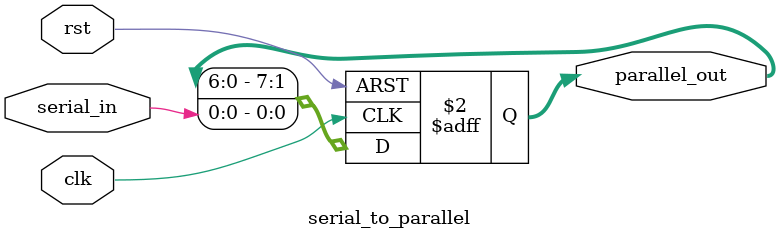
<source format=v>
module serial_to_parallel (
    input wire clk,
    input wire rst,
    input wire serial_in,
    output reg [7:0] parallel_out
);

    always @(posedge clk or posedge rst) begin
        if (rst)
            parallel_out <= 8'b0;
        else
            parallel_out <= {parallel_out[6:0], serial_in};
    end

endmodule

</source>
